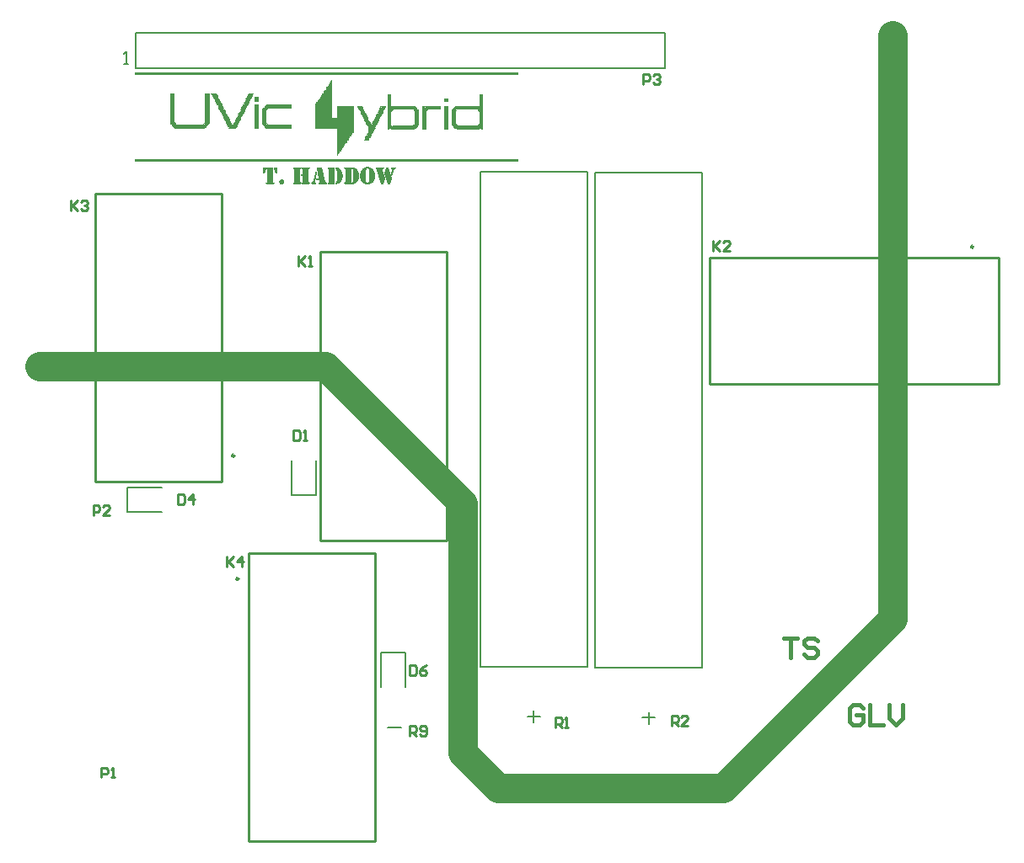
<source format=gto>
G04*
G04 #@! TF.GenerationSoftware,Altium Limited,Altium Designer,19.0.10 (269)*
G04*
G04 Layer_Color=65535*
%FSLAX25Y25*%
%MOIN*%
G70*
G01*
G75*
%ADD10C,0.01000*%
%ADD11C,0.00787*%
%ADD12C,0.11811*%
%ADD13C,0.00600*%
%ADD14C,0.00800*%
%ADD15C,0.01500*%
G36*
X211053Y325910D02*
Y325637D01*
Y325363D01*
X59354D01*
Y325637D01*
Y325910D01*
Y326183D01*
X211053D01*
Y325910D01*
D02*
G37*
G36*
X108280Y316343D02*
Y316070D01*
Y315797D01*
Y315523D01*
Y315250D01*
Y314977D01*
Y314703D01*
X106640D01*
Y314977D01*
Y315250D01*
Y315523D01*
Y315797D01*
Y316070D01*
Y316343D01*
Y316617D01*
X108280D01*
Y316343D01*
D02*
G37*
G36*
X183446Y315797D02*
Y315523D01*
Y315250D01*
Y314977D01*
Y314703D01*
Y314430D01*
X181533D01*
Y314703D01*
Y314977D01*
Y315250D01*
Y315523D01*
Y315797D01*
Y316070D01*
X183446D01*
Y315797D01*
D02*
G37*
G36*
X197113Y317163D02*
Y316890D01*
Y316617D01*
Y316343D01*
Y316070D01*
Y315797D01*
Y315523D01*
Y315250D01*
Y314977D01*
Y314703D01*
Y314430D01*
Y314157D01*
Y313883D01*
Y313610D01*
Y313337D01*
Y313063D01*
Y312790D01*
Y312517D01*
Y312243D01*
Y311970D01*
Y311697D01*
Y311423D01*
Y311150D01*
Y310877D01*
Y310603D01*
Y310330D01*
Y310057D01*
Y309783D01*
Y309510D01*
Y309237D01*
Y308963D01*
Y308690D01*
Y308417D01*
Y308143D01*
Y307870D01*
Y307597D01*
Y307323D01*
Y307050D01*
Y306777D01*
Y306503D01*
Y306230D01*
Y305957D01*
Y305683D01*
Y305410D01*
Y305137D01*
Y304863D01*
Y304590D01*
Y304317D01*
Y304043D01*
Y303770D01*
Y303497D01*
X196293D01*
Y303770D01*
X196019D01*
Y304043D01*
X195473D01*
Y303770D01*
Y303497D01*
X186453D01*
Y303770D01*
X186180D01*
Y304043D01*
X185633D01*
Y304317D01*
X185360D01*
Y304590D01*
Y304863D01*
X184813D01*
Y305137D01*
X184540D01*
Y305410D01*
Y305683D01*
Y305957D01*
Y306230D01*
Y306503D01*
Y306777D01*
Y307050D01*
Y307323D01*
Y307597D01*
Y307870D01*
Y308143D01*
Y308417D01*
Y308690D01*
Y308963D01*
Y309237D01*
Y309510D01*
Y309783D01*
Y310057D01*
Y310330D01*
Y310603D01*
Y310877D01*
Y311150D01*
Y311423D01*
X184813D01*
Y311697D01*
X185086D01*
Y311970D01*
X185360D01*
Y312243D01*
X185633D01*
Y312517D01*
X185906D01*
Y312790D01*
X186180D01*
Y313063D01*
X194926D01*
Y312790D01*
X195473D01*
Y313063D01*
Y313337D01*
Y313610D01*
Y313883D01*
Y314157D01*
Y314430D01*
Y314703D01*
Y314977D01*
Y315250D01*
Y315523D01*
Y315797D01*
Y316070D01*
Y316343D01*
Y316617D01*
Y316890D01*
Y317163D01*
Y317437D01*
X197113D01*
Y317163D01*
D02*
G37*
G36*
X180440Y312790D02*
Y312517D01*
Y312243D01*
Y311970D01*
Y311697D01*
Y311423D01*
X175246D01*
Y311150D01*
X174973D01*
Y310877D01*
X174700D01*
Y310603D01*
Y310330D01*
Y310057D01*
Y309783D01*
Y309510D01*
Y309237D01*
Y308963D01*
Y308690D01*
Y308417D01*
Y308143D01*
Y307870D01*
Y307597D01*
Y307323D01*
Y307050D01*
Y306777D01*
Y306503D01*
Y306230D01*
Y305957D01*
Y305683D01*
Y305410D01*
Y305137D01*
Y304863D01*
Y304590D01*
Y304317D01*
Y304043D01*
Y303770D01*
Y303497D01*
X172786D01*
Y303770D01*
Y304043D01*
Y304317D01*
Y304590D01*
Y304863D01*
Y305137D01*
Y305410D01*
Y305683D01*
Y305957D01*
Y306230D01*
Y306503D01*
Y306777D01*
Y307050D01*
Y307323D01*
Y307597D01*
Y307870D01*
Y308143D01*
Y308417D01*
Y308690D01*
Y308963D01*
Y309237D01*
Y309510D01*
Y309783D01*
Y310057D01*
Y310330D01*
Y310603D01*
Y310877D01*
Y311150D01*
Y311423D01*
Y311697D01*
Y311970D01*
Y312243D01*
Y312517D01*
Y312790D01*
Y313063D01*
X173880D01*
Y312790D01*
X174426D01*
Y313063D01*
X180440D01*
Y312790D01*
D02*
G37*
G36*
X121400Y313337D02*
Y313063D01*
Y312790D01*
Y312517D01*
Y312243D01*
Y311970D01*
X112107D01*
Y312243D01*
X111834D01*
Y311970D01*
X112107D01*
Y311697D01*
X111287D01*
Y311423D01*
X111560D01*
Y311150D01*
X111287D01*
Y310877D01*
Y310603D01*
Y310330D01*
Y310057D01*
Y309783D01*
Y309510D01*
Y309237D01*
Y308963D01*
Y308690D01*
Y308417D01*
Y308143D01*
Y307870D01*
Y307597D01*
Y307323D01*
Y307050D01*
Y306777D01*
Y306503D01*
Y306230D01*
X111560D01*
Y305957D01*
X111834D01*
Y305683D01*
X121400D01*
Y305410D01*
Y305137D01*
Y304863D01*
Y304590D01*
Y304317D01*
Y304043D01*
X111014D01*
Y304317D01*
X110740D01*
Y304590D01*
X110467D01*
Y304863D01*
X110194D01*
Y305137D01*
X109920D01*
Y305410D01*
X109647D01*
Y305683D01*
Y305957D01*
Y306230D01*
Y306503D01*
Y306777D01*
Y307050D01*
Y307323D01*
Y307597D01*
Y307870D01*
Y308143D01*
Y308417D01*
Y308690D01*
Y308963D01*
Y309237D01*
Y309510D01*
Y309783D01*
Y310057D01*
Y310330D01*
Y310603D01*
Y310877D01*
Y311150D01*
Y311423D01*
Y311697D01*
Y311970D01*
X109920D01*
Y312243D01*
X110467D01*
Y312517D01*
Y312790D01*
X110740D01*
Y313063D01*
X111014D01*
Y313337D01*
X111287D01*
Y313610D01*
X121400D01*
Y313337D01*
D02*
G37*
G36*
X88874Y317710D02*
Y317437D01*
Y317163D01*
Y316890D01*
Y316617D01*
Y316343D01*
Y316070D01*
Y315797D01*
Y315523D01*
Y315250D01*
Y314977D01*
Y314703D01*
Y314430D01*
Y314157D01*
Y313883D01*
Y313610D01*
Y313337D01*
Y313063D01*
Y312790D01*
Y312517D01*
Y312243D01*
Y311970D01*
Y311697D01*
Y311423D01*
Y311150D01*
Y310877D01*
Y310603D01*
Y310330D01*
Y310057D01*
Y309783D01*
Y309510D01*
Y309237D01*
Y308963D01*
Y308690D01*
Y308417D01*
Y308143D01*
Y307870D01*
Y307597D01*
Y307323D01*
Y307050D01*
Y306777D01*
Y306503D01*
Y306230D01*
Y305957D01*
X88601D01*
Y305683D01*
Y305410D01*
X88327D01*
Y305137D01*
X88054D01*
Y304863D01*
X87507D01*
Y304590D01*
Y304317D01*
X86961D01*
Y304043D01*
X74934D01*
Y304317D01*
X74661D01*
Y304590D01*
X74387D01*
Y304863D01*
X74114D01*
Y305137D01*
X73841D01*
Y305410D01*
X73567D01*
Y305683D01*
X73294D01*
Y305957D01*
Y306230D01*
Y306503D01*
Y306777D01*
Y307050D01*
Y307323D01*
Y307597D01*
Y307870D01*
Y308143D01*
Y308417D01*
Y308690D01*
Y308963D01*
Y309237D01*
Y309510D01*
Y309783D01*
Y310057D01*
Y310330D01*
Y310603D01*
Y310877D01*
Y311150D01*
Y311423D01*
Y311697D01*
Y311970D01*
Y312243D01*
Y312517D01*
Y312790D01*
Y313063D01*
Y313337D01*
Y313610D01*
Y313883D01*
Y314157D01*
Y314430D01*
Y314703D01*
Y314977D01*
Y315250D01*
Y315523D01*
Y315797D01*
Y316070D01*
Y316343D01*
Y316617D01*
Y316890D01*
Y317163D01*
Y317437D01*
Y317710D01*
Y317983D01*
X74934D01*
Y317710D01*
Y317437D01*
Y317163D01*
Y316890D01*
Y316617D01*
Y316343D01*
Y316070D01*
Y315797D01*
Y315523D01*
Y315250D01*
Y314977D01*
Y314703D01*
Y314430D01*
Y314157D01*
Y313883D01*
Y313610D01*
Y313337D01*
Y313063D01*
Y312790D01*
Y312517D01*
Y312243D01*
Y311970D01*
Y311697D01*
Y311423D01*
Y311150D01*
Y310877D01*
Y310603D01*
Y310330D01*
Y310057D01*
Y309783D01*
Y309510D01*
Y309237D01*
Y308963D01*
Y308690D01*
Y308417D01*
Y308143D01*
Y307870D01*
Y307597D01*
Y307323D01*
Y307050D01*
Y306777D01*
Y306503D01*
X75207D01*
Y306230D01*
X75481D01*
Y305957D01*
Y305683D01*
X86414D01*
Y305957D01*
X86687D01*
Y305683D01*
X86961D01*
Y305957D01*
X86687D01*
Y306230D01*
X86961D01*
Y306503D01*
Y306777D01*
Y307050D01*
Y307323D01*
Y307597D01*
Y307870D01*
Y308143D01*
Y308417D01*
Y308690D01*
Y308963D01*
Y309237D01*
Y309510D01*
Y309783D01*
Y310057D01*
Y310330D01*
Y310603D01*
Y310877D01*
Y311150D01*
Y311423D01*
Y311697D01*
Y311970D01*
Y312243D01*
Y312517D01*
Y312790D01*
Y313063D01*
Y313337D01*
Y313610D01*
Y313883D01*
Y314157D01*
Y314430D01*
Y314703D01*
Y314977D01*
Y315250D01*
Y315523D01*
Y315797D01*
Y316070D01*
Y316343D01*
Y316617D01*
Y316890D01*
Y317163D01*
Y317437D01*
Y317710D01*
Y317983D01*
X88874D01*
Y317710D01*
D02*
G37*
G36*
X158846Y312790D02*
X158573D01*
Y312517D01*
Y312243D01*
X158300D01*
Y311970D01*
Y311697D01*
X158027D01*
Y311423D01*
Y311150D01*
X157753D01*
Y310877D01*
Y310603D01*
X157480D01*
Y310330D01*
Y310057D01*
X157206D01*
Y309783D01*
Y309510D01*
X156933D01*
Y309237D01*
Y308963D01*
X156660D01*
Y308690D01*
Y308417D01*
X156387D01*
Y308143D01*
Y307870D01*
X156113D01*
Y307597D01*
Y307323D01*
X155840D01*
Y307050D01*
Y306777D01*
X155567D01*
Y306503D01*
Y306230D01*
X155293D01*
Y305957D01*
Y305683D01*
X155020D01*
Y305410D01*
Y305137D01*
X154747D01*
Y304863D01*
Y304590D01*
X154200D01*
Y304317D01*
X154473D01*
Y304043D01*
X154200D01*
Y303770D01*
Y303497D01*
X153927D01*
Y303223D01*
Y302950D01*
X153653D01*
Y302677D01*
Y302403D01*
X153380D01*
Y302130D01*
Y301857D01*
X153107D01*
Y301583D01*
X152833D01*
Y301310D01*
Y301037D01*
Y300763D01*
X152560D01*
Y300490D01*
Y300217D01*
X152013D01*
Y299943D01*
Y299670D01*
Y299397D01*
Y299123D01*
X150373D01*
Y299397D01*
X150100D01*
Y299123D01*
X149827D01*
Y299397D01*
Y299670D01*
X150373D01*
Y299943D01*
Y300217D01*
Y300490D01*
Y300763D01*
X150647D01*
Y301037D01*
Y301310D01*
X151193D01*
Y301583D01*
X150920D01*
Y301857D01*
X151193D01*
Y302130D01*
Y302403D01*
X151467D01*
Y302677D01*
Y302950D01*
X151740D01*
Y303223D01*
Y303497D01*
Y303770D01*
Y304043D01*
X151467D01*
Y304317D01*
Y304590D01*
Y304863D01*
X151193D01*
Y305137D01*
X150920D01*
Y305410D01*
Y305683D01*
X150647D01*
Y305957D01*
Y306230D01*
Y306503D01*
X150373D01*
Y306777D01*
X150100D01*
Y307050D01*
Y307323D01*
X149827D01*
Y307597D01*
Y307870D01*
X149553D01*
Y308143D01*
Y308417D01*
X149280D01*
Y308690D01*
Y308963D01*
Y309237D01*
X149007D01*
Y309510D01*
X148733D01*
Y309783D01*
Y310057D01*
X148460D01*
Y310330D01*
Y310603D01*
Y310877D01*
X148187D01*
Y311150D01*
X147913D01*
Y311423D01*
Y311697D01*
X147640D01*
Y311970D01*
Y312243D01*
X147367D01*
Y312517D01*
Y312790D01*
X147093D01*
Y313063D01*
X149280D01*
Y312790D01*
Y312517D01*
X149553D01*
Y312243D01*
Y311970D01*
Y311697D01*
X149827D01*
Y311423D01*
X150100D01*
Y311150D01*
Y310877D01*
X150373D01*
Y310603D01*
Y310330D01*
X150647D01*
Y310057D01*
Y309783D01*
X150920D01*
Y309510D01*
Y309237D01*
X151193D01*
Y308963D01*
Y308690D01*
X151467D01*
Y308417D01*
Y308143D01*
X151740D01*
Y307870D01*
Y307597D01*
Y307323D01*
X152013D01*
Y307050D01*
X152287D01*
Y306777D01*
Y306503D01*
X152560D01*
Y306230D01*
Y305957D01*
X152833D01*
Y305683D01*
Y305410D01*
X153107D01*
Y305683D01*
X153380D01*
Y305957D01*
X153107D01*
Y306230D01*
X153380D01*
Y306503D01*
Y306777D01*
X153653D01*
Y307050D01*
Y307323D01*
X153927D01*
Y307597D01*
Y307870D01*
X154200D01*
Y308143D01*
Y308417D01*
X154747D01*
Y308690D01*
Y308963D01*
Y309237D01*
Y309510D01*
X155020D01*
Y309783D01*
Y310057D01*
X155567D01*
Y310330D01*
X155293D01*
Y310603D01*
X155567D01*
Y310877D01*
Y311150D01*
X155840D01*
Y311423D01*
Y311697D01*
X156113D01*
Y311970D01*
Y312243D01*
X156387D01*
Y312517D01*
Y312790D01*
X156933D01*
Y313063D01*
X158846D01*
Y312790D01*
D02*
G37*
G36*
X106367Y317710D02*
X106094D01*
Y317437D01*
X105820D01*
Y317163D01*
Y316890D01*
Y316617D01*
X105547D01*
Y316343D01*
Y316070D01*
X105274D01*
Y315797D01*
Y315523D01*
X105000D01*
Y315250D01*
Y314977D01*
X104727D01*
Y314703D01*
Y314430D01*
X104454D01*
Y314157D01*
Y313883D01*
X104180D01*
Y313610D01*
Y313337D01*
X103907D01*
Y313063D01*
X103634D01*
Y312790D01*
Y312517D01*
Y312243D01*
X103360D01*
Y311970D01*
Y311697D01*
X103087D01*
Y311423D01*
Y311150D01*
X102814D01*
Y310877D01*
Y310603D01*
X102541D01*
Y310330D01*
Y310057D01*
X102267D01*
Y309783D01*
Y309510D01*
X101994D01*
Y309237D01*
Y308963D01*
X101720D01*
Y308690D01*
X101447D01*
Y308417D01*
Y308143D01*
Y307870D01*
X101174D01*
Y307597D01*
Y307323D01*
X100900D01*
Y307050D01*
Y306777D01*
X100627D01*
Y306503D01*
Y306230D01*
X100354D01*
Y305957D01*
Y305683D01*
X100081D01*
Y305410D01*
Y305137D01*
X99807D01*
Y304863D01*
Y304590D01*
X99534D01*
Y304317D01*
X99260D01*
Y304043D01*
X96254D01*
Y304317D01*
X96527D01*
Y304590D01*
X95981D01*
Y304863D01*
Y305137D01*
X95707D01*
Y305410D01*
Y305683D01*
Y305957D01*
X95434D01*
Y306230D01*
X95161D01*
Y306503D01*
Y306777D01*
X94887D01*
Y307050D01*
Y307323D01*
X94614D01*
Y307597D01*
Y307870D01*
X94340D01*
Y308143D01*
Y308417D01*
X94067D01*
Y308690D01*
X94340D01*
Y308963D01*
X93794D01*
Y309237D01*
Y309510D01*
X93521D01*
Y309783D01*
Y310057D01*
Y310330D01*
X93247D01*
Y310603D01*
X92974D01*
Y310877D01*
Y311150D01*
X92701D01*
Y311423D01*
Y311697D01*
X92427D01*
Y311970D01*
Y312243D01*
X92154D01*
Y312517D01*
Y312790D01*
X91881D01*
Y313063D01*
X92154D01*
Y313337D01*
X91607D01*
Y313610D01*
Y313883D01*
X91334D01*
Y314157D01*
Y314430D01*
Y314703D01*
X91061D01*
Y314977D01*
X90787D01*
Y315250D01*
Y315523D01*
X90514D01*
Y315797D01*
Y316070D01*
X90241D01*
Y316343D01*
Y316617D01*
X89967D01*
Y316890D01*
Y317163D01*
X89694D01*
Y317437D01*
X89967D01*
Y317710D01*
X89421D01*
Y317983D01*
X91607D01*
Y317710D01*
X91881D01*
Y317437D01*
Y317163D01*
X92154D01*
Y316890D01*
Y316617D01*
X92427D01*
Y316343D01*
Y316070D01*
X92701D01*
Y315797D01*
Y315523D01*
X92974D01*
Y315250D01*
Y314977D01*
X93247D01*
Y314703D01*
Y314430D01*
Y314157D01*
X93521D01*
Y313883D01*
X93794D01*
Y313610D01*
Y313337D01*
X94067D01*
Y313063D01*
Y312790D01*
X94340D01*
Y312517D01*
Y312243D01*
X94614D01*
Y311970D01*
X94340D01*
Y311697D01*
X94887D01*
Y311423D01*
Y311150D01*
X95161D01*
Y310877D01*
Y310603D01*
X95434D01*
Y310330D01*
Y310057D01*
Y309783D01*
X95707D01*
Y309510D01*
X95981D01*
Y309237D01*
Y308963D01*
X96254D01*
Y308690D01*
Y308417D01*
X96527D01*
Y308143D01*
Y307870D01*
X96801D01*
Y307597D01*
Y307323D01*
X97074D01*
Y307050D01*
Y306777D01*
X97347D01*
Y306503D01*
Y306230D01*
X97620D01*
Y305957D01*
Y305683D01*
Y305410D01*
X98167D01*
Y305683D01*
Y305957D01*
X98440D01*
Y306230D01*
X98714D01*
Y306503D01*
X98987D01*
Y306777D01*
X98714D01*
Y307050D01*
X98987D01*
Y307323D01*
Y307597D01*
X99260D01*
Y307870D01*
Y308143D01*
X99534D01*
Y308417D01*
Y308690D01*
X99807D01*
Y308963D01*
Y309237D01*
X100354D01*
Y309510D01*
X100081D01*
Y309783D01*
X100354D01*
Y310057D01*
Y310330D01*
X100627D01*
Y310603D01*
X100900D01*
Y310877D01*
X101174D01*
Y311150D01*
X100900D01*
Y311423D01*
X101174D01*
Y311697D01*
Y311970D01*
X101447D01*
Y312243D01*
Y312517D01*
X101720D01*
Y312790D01*
Y313063D01*
X101994D01*
Y313337D01*
Y313610D01*
X102541D01*
Y313883D01*
X102267D01*
Y314157D01*
X102541D01*
Y314430D01*
Y314703D01*
X102814D01*
Y314977D01*
X103087D01*
Y315250D01*
X103360D01*
Y315523D01*
X103087D01*
Y315797D01*
X103360D01*
Y316070D01*
Y316343D01*
X103634D01*
Y316617D01*
Y316890D01*
X103907D01*
Y317163D01*
Y317437D01*
X104180D01*
Y317710D01*
Y317983D01*
X106367D01*
Y317710D01*
D02*
G37*
G36*
X108280Y313337D02*
Y313063D01*
Y312790D01*
Y312517D01*
Y312243D01*
Y311970D01*
Y311697D01*
Y311423D01*
Y311150D01*
Y310877D01*
Y310603D01*
Y310330D01*
Y310057D01*
Y309783D01*
Y309510D01*
Y309237D01*
Y308963D01*
Y308690D01*
Y308417D01*
Y308143D01*
Y307870D01*
Y307597D01*
Y307323D01*
Y307050D01*
Y306777D01*
Y306503D01*
Y306230D01*
Y305957D01*
Y305683D01*
Y305410D01*
Y305137D01*
Y304863D01*
Y304590D01*
Y304317D01*
Y304043D01*
X106640D01*
Y304317D01*
Y304590D01*
Y304863D01*
Y305137D01*
Y305410D01*
Y305683D01*
Y305957D01*
Y306230D01*
Y306503D01*
Y306777D01*
Y307050D01*
Y307323D01*
Y307597D01*
Y307870D01*
Y308143D01*
Y308417D01*
Y308690D01*
Y308963D01*
Y309237D01*
Y309510D01*
Y309783D01*
Y310057D01*
Y310330D01*
Y310603D01*
Y310877D01*
Y311150D01*
Y311423D01*
Y311697D01*
Y311970D01*
Y312243D01*
Y312517D01*
Y312790D01*
Y313063D01*
Y313337D01*
Y313610D01*
X108280D01*
Y313337D01*
D02*
G37*
G36*
X183446Y312790D02*
Y312517D01*
Y312243D01*
Y311970D01*
Y311697D01*
Y311423D01*
Y311150D01*
Y310877D01*
Y310603D01*
Y310330D01*
Y310057D01*
Y309783D01*
Y309510D01*
Y309237D01*
Y308963D01*
Y308690D01*
Y308417D01*
Y308143D01*
Y307870D01*
Y307597D01*
Y307323D01*
Y307050D01*
Y306777D01*
Y306503D01*
Y306230D01*
Y305957D01*
Y305683D01*
Y305410D01*
Y305137D01*
Y304863D01*
Y304590D01*
Y304317D01*
Y304043D01*
Y303770D01*
Y303497D01*
X181533D01*
Y303770D01*
Y304043D01*
Y304317D01*
Y304590D01*
Y304863D01*
Y305137D01*
Y305410D01*
Y305683D01*
Y305957D01*
Y306230D01*
Y306503D01*
Y306777D01*
Y307050D01*
Y307323D01*
Y307597D01*
Y307870D01*
Y308143D01*
Y308417D01*
Y308690D01*
Y308963D01*
Y309237D01*
Y309510D01*
Y309783D01*
Y310057D01*
Y310330D01*
Y310603D01*
Y310877D01*
Y311150D01*
Y311423D01*
Y311697D01*
Y311970D01*
Y312243D01*
Y312517D01*
Y312790D01*
Y313063D01*
X183446D01*
Y312790D01*
D02*
G37*
G36*
X160760Y317163D02*
Y316890D01*
Y316617D01*
Y316343D01*
Y316070D01*
Y315797D01*
Y315523D01*
Y315250D01*
Y314977D01*
Y314703D01*
Y314430D01*
Y314157D01*
Y313883D01*
Y313610D01*
Y313337D01*
Y313063D01*
Y312790D01*
X161033D01*
Y313063D01*
X170053D01*
Y312790D01*
X170326D01*
Y312517D01*
X170600D01*
Y312243D01*
X170873D01*
Y311970D01*
Y311697D01*
X171146D01*
Y311970D01*
X171420D01*
Y311697D01*
Y311423D01*
X171693D01*
Y311150D01*
Y310877D01*
Y310603D01*
Y310330D01*
Y310057D01*
Y309783D01*
Y309510D01*
Y309237D01*
Y308963D01*
Y308690D01*
Y308417D01*
Y308143D01*
Y307870D01*
Y307597D01*
Y307323D01*
Y307050D01*
Y306777D01*
Y306503D01*
Y306230D01*
Y305957D01*
Y305683D01*
Y305410D01*
Y305137D01*
X171420D01*
Y304863D01*
X171146D01*
Y304590D01*
X170873D01*
Y304317D01*
X170600D01*
Y304043D01*
X170053D01*
Y303770D01*
Y303497D01*
X160760D01*
Y303770D01*
X160486D01*
Y304043D01*
X160213D01*
Y303770D01*
X159940D01*
Y303497D01*
X159120D01*
Y303770D01*
Y304043D01*
Y304317D01*
Y304590D01*
Y304863D01*
Y305137D01*
Y305410D01*
Y305683D01*
Y305957D01*
Y306230D01*
Y306503D01*
Y306777D01*
Y307050D01*
Y307323D01*
Y307597D01*
Y307870D01*
Y308143D01*
Y308417D01*
Y308690D01*
Y308963D01*
Y309237D01*
Y309510D01*
Y309783D01*
Y310057D01*
Y310330D01*
Y310603D01*
Y310877D01*
Y311150D01*
Y311423D01*
Y311697D01*
Y311970D01*
Y312243D01*
Y312517D01*
Y312790D01*
Y313063D01*
Y313337D01*
Y313610D01*
Y313883D01*
Y314157D01*
Y314430D01*
Y314703D01*
Y314977D01*
Y315250D01*
Y315523D01*
Y315797D01*
Y316070D01*
Y316343D01*
Y316617D01*
Y316890D01*
Y317163D01*
Y317437D01*
X160760D01*
Y317163D01*
D02*
G37*
G36*
X137253Y322903D02*
Y322630D01*
Y322357D01*
Y322083D01*
Y321810D01*
Y321536D01*
Y321263D01*
Y320990D01*
Y320717D01*
Y320443D01*
Y320170D01*
Y319897D01*
Y319623D01*
Y319350D01*
Y319076D01*
Y318803D01*
Y318530D01*
Y318256D01*
Y317983D01*
Y317710D01*
Y317437D01*
Y317163D01*
Y316890D01*
Y316617D01*
Y316343D01*
Y316070D01*
Y315797D01*
Y315523D01*
Y315250D01*
Y314977D01*
Y314703D01*
Y314430D01*
Y314157D01*
Y313883D01*
Y313610D01*
Y313337D01*
Y313063D01*
Y312790D01*
Y312517D01*
Y312243D01*
Y311970D01*
Y311697D01*
Y311423D01*
Y311150D01*
Y310877D01*
Y310603D01*
Y310330D01*
Y310057D01*
Y309783D01*
Y309510D01*
Y309237D01*
Y308963D01*
Y308690D01*
Y308417D01*
Y308143D01*
X139167D01*
Y308417D01*
X139440D01*
Y308690D01*
Y308963D01*
Y309237D01*
Y309510D01*
Y309783D01*
Y310057D01*
Y310330D01*
Y310603D01*
Y310877D01*
Y311150D01*
Y311423D01*
Y311697D01*
Y311970D01*
Y312243D01*
Y312517D01*
Y312790D01*
Y313063D01*
X146000D01*
Y312790D01*
Y312517D01*
Y312243D01*
Y311970D01*
Y311697D01*
Y311423D01*
Y311150D01*
Y310877D01*
Y310603D01*
Y310330D01*
Y310057D01*
Y309783D01*
Y309510D01*
Y309237D01*
Y308963D01*
Y308690D01*
Y308417D01*
Y308143D01*
Y307870D01*
Y307597D01*
Y307323D01*
Y307050D01*
Y306777D01*
Y306503D01*
Y306230D01*
Y305957D01*
Y305683D01*
Y305410D01*
Y305137D01*
Y304863D01*
Y304590D01*
Y304317D01*
Y304043D01*
Y303770D01*
Y303497D01*
Y303223D01*
Y302950D01*
Y302677D01*
Y302403D01*
X145727D01*
Y302130D01*
X145180D01*
Y301857D01*
Y301583D01*
X144907D01*
Y301310D01*
Y301037D01*
X144633D01*
Y300763D01*
X144360D01*
Y300490D01*
Y300217D01*
X144087D01*
Y299943D01*
Y299670D01*
X143813D01*
Y299397D01*
X143540D01*
Y299123D01*
X143267D01*
Y298850D01*
Y298577D01*
Y298303D01*
X142720D01*
Y298030D01*
X142447D01*
Y297757D01*
Y297483D01*
X142173D01*
Y297210D01*
X141900D01*
Y296937D01*
Y296663D01*
X141627D01*
Y296390D01*
X141353D01*
Y296117D01*
Y295843D01*
Y295570D01*
X140807D01*
Y295297D01*
Y295023D01*
Y294750D01*
X140260D01*
Y294477D01*
Y294203D01*
X139987D01*
Y293930D01*
X139713D01*
Y293657D01*
Y293384D01*
Y293110D01*
X139440D01*
Y293384D01*
Y293657D01*
Y293930D01*
Y294203D01*
Y294477D01*
Y294750D01*
Y295023D01*
Y295297D01*
Y295570D01*
Y295843D01*
Y296117D01*
Y296390D01*
Y296663D01*
Y296937D01*
Y297210D01*
Y297483D01*
Y297757D01*
Y298030D01*
Y298303D01*
Y298577D01*
Y298850D01*
Y299123D01*
Y299397D01*
Y299670D01*
Y299943D01*
Y300217D01*
Y300490D01*
Y300763D01*
Y301037D01*
Y301310D01*
Y301583D01*
Y301857D01*
Y302130D01*
Y302403D01*
Y302677D01*
Y302950D01*
Y303223D01*
Y303497D01*
Y303770D01*
X130693D01*
Y304043D01*
Y304317D01*
Y304590D01*
Y304863D01*
Y305137D01*
Y305410D01*
Y305683D01*
Y305957D01*
Y306230D01*
Y306503D01*
Y306777D01*
Y307050D01*
Y307323D01*
Y307597D01*
Y307870D01*
Y308143D01*
Y308417D01*
Y308690D01*
Y308963D01*
Y309237D01*
Y309510D01*
Y309783D01*
Y310057D01*
Y310330D01*
Y310603D01*
Y310877D01*
Y311150D01*
Y311423D01*
Y311697D01*
Y311970D01*
Y312243D01*
Y312517D01*
Y312790D01*
Y313063D01*
Y313337D01*
Y313610D01*
Y313883D01*
X130967D01*
Y314157D01*
Y314430D01*
X131240D01*
Y314703D01*
X131514D01*
Y314977D01*
Y315250D01*
X132060D01*
Y315523D01*
X132334D01*
Y315797D01*
Y316070D01*
X132607D01*
Y316343D01*
Y316617D01*
X132880D01*
Y316890D01*
Y317163D01*
X133153D01*
Y317437D01*
X133427D01*
Y317710D01*
Y317983D01*
X133974D01*
Y318256D01*
Y318530D01*
Y318803D01*
X134247D01*
Y319076D01*
X134520D01*
Y319350D01*
X134793D01*
Y319623D01*
Y319897D01*
X135067D01*
Y320170D01*
Y320443D01*
X135340D01*
Y320717D01*
X135613D01*
Y320990D01*
X135887D01*
Y321263D01*
Y321536D01*
X136160D01*
Y321810D01*
Y322083D01*
X136433D01*
Y322357D01*
X136707D01*
Y322630D01*
Y322903D01*
X136980D01*
Y323177D01*
X137253D01*
Y322903D01*
D02*
G37*
G36*
X211053Y291470D02*
Y291197D01*
Y290924D01*
X59354D01*
Y291197D01*
Y291470D01*
Y291743D01*
X211053D01*
Y291470D01*
D02*
G37*
G36*
X115607Y286645D02*
Y286634D01*
Y286613D01*
Y286580D01*
X115596Y286547D01*
X115563Y286449D01*
X115498Y286350D01*
X115476Y286328D01*
X115421Y286296D01*
X115334Y286263D01*
X115214Y286241D01*
X115192D01*
X115115Y286252D01*
X115028Y286285D01*
X114940Y286339D01*
X114929Y286361D01*
X114886Y286416D01*
X114842Y286492D01*
X114809Y286613D01*
X114766Y286908D01*
Y286929D01*
X114754Y286973D01*
X114733Y287061D01*
X114711Y287159D01*
X114678Y287268D01*
X114623Y287388D01*
X114569Y287520D01*
X114503Y287640D01*
Y287651D01*
X114481Y287673D01*
X114448Y287705D01*
X114416Y287749D01*
X114361Y287793D01*
X114295Y287848D01*
X114230Y287902D01*
X114143Y287957D01*
Y288700D01*
X115607D01*
Y286645D01*
D02*
G37*
G36*
X111465Y287968D02*
X111454Y287957D01*
X111421Y287946D01*
X111377Y287913D01*
X111312Y287869D01*
X111180Y287749D01*
X111049Y287596D01*
X111038Y287585D01*
X111027Y287552D01*
X110995Y287487D01*
X110962Y287410D01*
X110929Y287312D01*
X110896Y287192D01*
X110863Y287061D01*
X110831Y286908D01*
X110787Y286613D01*
Y286601D01*
X110776Y286591D01*
X110754Y286514D01*
X110710Y286427D01*
X110645Y286339D01*
X110623Y286328D01*
X110579Y286296D01*
X110492Y286252D01*
X110372Y286241D01*
X110350D01*
X110273Y286252D01*
X110186Y286285D01*
X110098Y286350D01*
Y286361D01*
X110087Y286372D01*
X110055Y286438D01*
X110011Y286525D01*
X110000Y286645D01*
Y288700D01*
X111465D01*
Y287968D01*
D02*
G37*
G36*
X162180Y288689D02*
X162289Y288667D01*
X162398Y288613D01*
X162409D01*
X162420Y288602D01*
X162464Y288558D01*
X162497Y288471D01*
X162519Y288427D01*
Y288361D01*
Y288339D01*
X162508Y288296D01*
X162497Y288241D01*
X162453Y288176D01*
X162442Y288164D01*
X162409Y288132D01*
X162355Y288088D01*
X162267Y288044D01*
X162256D01*
X162234Y288033D01*
X162169Y287990D01*
X162071Y287935D01*
X161994Y287869D01*
X161983Y287859D01*
X161961Y287837D01*
X161928Y287782D01*
X161885Y287727D01*
X161830Y287640D01*
X161786Y287542D01*
X161732Y287421D01*
X161688Y287279D01*
X160999Y284918D01*
X160650Y285989D01*
X160999Y287421D01*
Y287432D01*
X161010Y287443D01*
X161021Y287509D01*
X161032Y287596D01*
X161043Y287662D01*
Y287684D01*
X161032Y287727D01*
X161021Y287782D01*
X160977Y287848D01*
X160967Y287859D01*
X160923Y287902D01*
X160857Y287946D01*
X160748Y288012D01*
X160726Y288022D01*
X160671Y288055D01*
X160606Y288099D01*
X160551Y288154D01*
X160540Y288164D01*
X160529Y288208D01*
X160508Y288274D01*
X160497Y288361D01*
Y288372D01*
Y288394D01*
X160508Y288460D01*
X160540Y288536D01*
X160606Y288613D01*
X160628Y288624D01*
X160682Y288656D01*
X160781Y288689D01*
X160923Y288700D01*
X162125D01*
X162180Y288689D01*
D02*
G37*
G36*
X160923Y284252D02*
X160354Y282000D01*
X159152D01*
X158026Y286285D01*
X158606Y288700D01*
X159753D01*
X160923Y284252D01*
D02*
G37*
G36*
X157480Y288689D02*
X157600Y288656D01*
X157655Y288634D01*
X157709Y288602D01*
X157720D01*
X157731Y288591D01*
X157775Y288536D01*
X157819Y288460D01*
X157841Y288405D01*
Y288339D01*
Y288329D01*
Y288307D01*
X157830Y288274D01*
X157808Y288230D01*
X157786Y288176D01*
X157742Y288121D01*
X157688Y288066D01*
X157611Y288012D01*
X157589Y288001D01*
X157545Y287979D01*
X157502Y287935D01*
X157469Y287902D01*
Y287891D01*
X157458Y287880D01*
X157447Y287848D01*
Y287793D01*
Y287782D01*
Y287771D01*
Y287716D01*
X158343Y284394D01*
X157742Y282000D01*
X156551D01*
X154999Y287662D01*
Y287673D01*
X154988Y287695D01*
X154977Y287760D01*
X154944Y287826D01*
X154933Y287859D01*
X154922Y287880D01*
X154911Y287891D01*
X154900Y287913D01*
X154868Y287946D01*
X154813Y287968D01*
X154802D01*
X154769Y287990D01*
X154736Y288012D01*
X154693Y288044D01*
X154638Y288099D01*
X154605Y288154D01*
X154572Y288219D01*
X154562Y288307D01*
Y288317D01*
Y288339D01*
X154572Y288372D01*
X154584Y288416D01*
X154627Y288514D01*
X154660Y288558D01*
X154715Y288602D01*
X154726D01*
X154747Y288613D01*
X154780Y288634D01*
X154824Y288656D01*
X154879Y288667D01*
X154944Y288689D01*
X155108Y288700D01*
X157425D01*
X157480Y288689D01*
D02*
G37*
G36*
X145413D02*
X145501D01*
X145577Y288678D01*
X145610D01*
X145643Y288667D01*
X145686Y288656D01*
X145741Y288645D01*
X145818Y288634D01*
X145971Y288580D01*
X146167Y288514D01*
X146375Y288416D01*
X146594Y288296D01*
X146812Y288143D01*
X146823D01*
X146834Y288121D01*
X146867Y288099D01*
X146911Y288055D01*
X147009Y287957D01*
X147140Y287826D01*
X147282Y287651D01*
X147424Y287454D01*
X147555Y287225D01*
X147676Y286973D01*
Y286962D01*
X147687Y286940D01*
X147708Y286897D01*
X147719Y286842D01*
X147741Y286776D01*
X147774Y286700D01*
X147796Y286601D01*
X147829Y286503D01*
X147872Y286263D01*
X147927Y285989D01*
X147960Y285683D01*
X147971Y285366D01*
Y285355D01*
Y285323D01*
Y285268D01*
Y285203D01*
X147960Y285115D01*
X147949Y285017D01*
X147938Y284896D01*
X147927Y284776D01*
X147883Y284503D01*
X147818Y284208D01*
X147719Y283902D01*
X147599Y283596D01*
Y283585D01*
X147577Y283563D01*
X147555Y283519D01*
X147534Y283465D01*
X147490Y283399D01*
X147446Y283323D01*
X147326Y283148D01*
X147173Y282951D01*
X146998Y282754D01*
X146779Y282557D01*
X146539Y282372D01*
X146528Y282361D01*
X146484Y282339D01*
X146419Y282295D01*
X146331Y282251D01*
X146233Y282208D01*
X146124Y282153D01*
X146014Y282109D01*
X145905Y282077D01*
X145894D01*
X145850Y282066D01*
X145785Y282055D01*
X145686Y282044D01*
X145566Y282022D01*
X145413Y282011D01*
X145238Y282000D01*
X145042D01*
Y282678D01*
X145053D01*
X145085Y282689D01*
X145129Y282699D01*
X145184Y282721D01*
X145282Y282754D01*
X145326Y282776D01*
X145359Y282787D01*
X145370Y282798D01*
X145391Y282809D01*
X145424Y282831D01*
X145457Y282863D01*
Y282874D01*
X145468Y282885D01*
X145501Y282940D01*
X145533Y283016D01*
X145555Y283093D01*
Y283104D01*
X145566Y283115D01*
Y283148D01*
X145577Y283180D01*
Y283235D01*
X145588Y283301D01*
Y283366D01*
Y283454D01*
Y287214D01*
Y287225D01*
Y287268D01*
Y287323D01*
X145577Y287399D01*
X145544Y287574D01*
X145522Y287651D01*
X145490Y287727D01*
X145479Y287749D01*
X145457Y287793D01*
X145413Y287837D01*
X145359Y287880D01*
X145348Y287891D01*
X145326Y287902D01*
X145293Y287913D01*
X145249Y287935D01*
X145195Y287946D01*
X145129Y287968D01*
X145042Y287990D01*
Y288700D01*
X145238D01*
X145413Y288689D01*
D02*
G37*
G36*
X144834Y282000D02*
X142396D01*
X142353Y282011D01*
X142244Y282033D01*
X142145Y282077D01*
X142123Y282098D01*
X142090Y282142D01*
X142047Y282229D01*
X142036Y282273D01*
X142025Y282339D01*
Y282350D01*
Y282383D01*
X142036Y282426D01*
X142058Y282481D01*
X142090Y282536D01*
X142134Y282601D01*
X142189Y282645D01*
X142276Y282689D01*
X142287D01*
X142298Y282699D01*
X142353Y282721D01*
X142396Y282732D01*
X142418Y282743D01*
X142429D01*
X142440Y282754D01*
X142462Y282776D01*
X142473Y282787D01*
X142484Y282820D01*
X142495Y282874D01*
X142506Y282962D01*
Y287727D01*
Y287738D01*
Y287749D01*
Y287804D01*
X142484Y287859D01*
X142462Y287913D01*
X142451Y287924D01*
X142429Y287935D01*
X142407Y287946D01*
X142364Y287968D01*
X142320Y287979D01*
X142276Y288001D01*
X142265D01*
X142233Y288022D01*
X142200Y288044D01*
X142156Y288077D01*
X142101Y288121D01*
X142069Y288176D01*
X142036Y288252D01*
X142025Y288350D01*
Y288361D01*
Y288383D01*
X142036Y288449D01*
X142079Y288525D01*
X142101Y288569D01*
X142145Y288602D01*
X142156D01*
X142167Y288613D01*
X142233Y288656D01*
X142331Y288689D01*
X142473Y288700D01*
X144834D01*
Y282000D01*
D02*
G37*
G36*
X138943Y288689D02*
X139030D01*
X139107Y288678D01*
X139139D01*
X139172Y288667D01*
X139216Y288656D01*
X139270Y288645D01*
X139347Y288634D01*
X139500Y288580D01*
X139697Y288514D01*
X139904Y288416D01*
X140123Y288296D01*
X140342Y288143D01*
X140353D01*
X140364Y288121D01*
X140396Y288099D01*
X140440Y288055D01*
X140538Y287957D01*
X140670Y287826D01*
X140812Y287651D01*
X140954Y287454D01*
X141085Y287225D01*
X141205Y286973D01*
Y286962D01*
X141216Y286940D01*
X141238Y286897D01*
X141249Y286842D01*
X141271Y286776D01*
X141304Y286700D01*
X141325Y286601D01*
X141358Y286503D01*
X141402Y286263D01*
X141456Y285989D01*
X141489Y285683D01*
X141500Y285366D01*
Y285355D01*
Y285323D01*
Y285268D01*
Y285203D01*
X141489Y285115D01*
X141478Y285017D01*
X141467Y284896D01*
X141456Y284776D01*
X141413Y284503D01*
X141347Y284208D01*
X141249Y283902D01*
X141129Y283596D01*
Y283585D01*
X141107Y283563D01*
X141085Y283519D01*
X141063Y283465D01*
X141019Y283399D01*
X140976Y283323D01*
X140855Y283148D01*
X140702Y282951D01*
X140527Y282754D01*
X140309Y282557D01*
X140068Y282372D01*
X140058Y282361D01*
X140014Y282339D01*
X139948Y282295D01*
X139861Y282251D01*
X139762Y282208D01*
X139653Y282153D01*
X139544Y282109D01*
X139435Y282077D01*
X139424D01*
X139380Y282066D01*
X139314Y282055D01*
X139216Y282044D01*
X139096Y282022D01*
X138943Y282011D01*
X138768Y282000D01*
X138571Y282000D01*
Y282678D01*
X138582D01*
X138615Y282689D01*
X138658Y282699D01*
X138713Y282721D01*
X138812Y282754D01*
X138855Y282776D01*
X138888Y282787D01*
X138899Y282798D01*
X138921Y282809D01*
X138954Y282831D01*
X138986Y282863D01*
Y282874D01*
X138997Y282885D01*
X139030Y282940D01*
X139063Y283016D01*
X139085Y283093D01*
Y283104D01*
X139096Y283115D01*
Y283148D01*
X139107Y283180D01*
Y283235D01*
X139118Y283301D01*
Y283366D01*
Y283454D01*
Y287214D01*
Y287225D01*
Y287268D01*
Y287323D01*
X139107Y287399D01*
X139074Y287574D01*
X139052Y287651D01*
X139019Y287727D01*
X139008Y287749D01*
X138986Y287793D01*
X138943Y287837D01*
X138888Y287880D01*
X138877Y287891D01*
X138855Y287902D01*
X138822Y287913D01*
X138779Y287935D01*
X138724Y287946D01*
X138658Y287968D01*
X138571Y287990D01*
Y288700D01*
X138768Y288700D01*
X138943Y288689D01*
D02*
G37*
G36*
X138363Y282000D02*
X135926D01*
X135882Y282011D01*
X135773Y282033D01*
X135675Y282077D01*
X135653Y282098D01*
X135620Y282142D01*
X135576Y282229D01*
X135565Y282273D01*
X135554Y282339D01*
Y282350D01*
Y282382D01*
X135565Y282426D01*
X135587Y282481D01*
X135620Y282536D01*
X135664Y282601D01*
X135718Y282645D01*
X135806Y282689D01*
X135817D01*
X135828Y282699D01*
X135882Y282721D01*
X135926Y282732D01*
X135948Y282743D01*
X135959D01*
X135970Y282754D01*
X135992Y282776D01*
X136003Y282787D01*
X136013Y282820D01*
X136024Y282874D01*
X136035Y282962D01*
Y287727D01*
Y287738D01*
Y287749D01*
Y287804D01*
X136013Y287859D01*
X135992Y287913D01*
X135981Y287924D01*
X135959Y287935D01*
X135937Y287946D01*
X135893Y287968D01*
X135849Y287979D01*
X135806Y288001D01*
X135795D01*
X135762Y288022D01*
X135729Y288044D01*
X135686Y288077D01*
X135631Y288121D01*
X135598Y288176D01*
X135565Y288252D01*
X135554Y288350D01*
Y288361D01*
Y288383D01*
X135565Y288449D01*
X135609Y288525D01*
X135631Y288569D01*
X135675Y288602D01*
X135686D01*
X135696Y288613D01*
X135762Y288656D01*
X135860Y288689D01*
X136003Y288700D01*
X138363D01*
Y282000D01*
D02*
G37*
G36*
X134735Y282951D02*
X134746Y282940D01*
X134756Y282907D01*
X134789Y282842D01*
X134822Y282754D01*
X134844Y282732D01*
X134866Y282710D01*
X134920Y282689D01*
X134931D01*
X134953Y282678D01*
X135019Y282645D01*
X135095Y282590D01*
X135161Y282536D01*
X135172Y282525D01*
X135205Y282492D01*
X135226Y282426D01*
X135237Y282339D01*
Y282328D01*
X135226Y282284D01*
X135215Y282229D01*
X135172Y282175D01*
X135117Y282109D01*
X135030Y282055D01*
X134909Y282011D01*
X134833Y282000D01*
X132308D01*
X132275Y282011D01*
X132177Y282033D01*
X132079Y282087D01*
X132057Y282109D01*
X132024Y282153D01*
X131991Y282241D01*
X131969Y282350D01*
Y282361D01*
Y282372D01*
X131980Y282415D01*
X131991Y282481D01*
X132013Y282536D01*
X132024Y282546D01*
X132057Y282579D01*
X132111Y282623D01*
X132199Y282678D01*
X132210Y282689D01*
X132243Y282710D01*
X132286Y282743D01*
X132308Y282765D01*
X132319Y282776D01*
X132330Y282787D01*
X132341Y282820D01*
Y282853D01*
Y282863D01*
Y282885D01*
Y282918D01*
X132330Y282951D01*
X132188Y283596D01*
X130843D01*
X130997Y284361D01*
X132035D01*
X131160Y288132D01*
X131303Y288700D01*
X133390D01*
X134735Y282951D01*
D02*
G37*
G36*
X131401Y286394D02*
X130559Y283290D01*
Y283268D01*
X130548Y283224D01*
X130537Y283148D01*
X130526Y283071D01*
Y283060D01*
Y283027D01*
X130537Y282995D01*
X130548Y282940D01*
X130581Y282885D01*
X130614Y282831D01*
X130669Y282776D01*
X130734Y282732D01*
X130898Y282656D01*
X130909D01*
X130931Y282634D01*
X131018Y282579D01*
X131051Y282536D01*
X131095Y282481D01*
X131117Y282404D01*
X131128Y282328D01*
Y282317D01*
X131117Y282273D01*
X131106Y282229D01*
X131073Y282164D01*
X131018Y282109D01*
X130931Y282055D01*
X130822Y282011D01*
X130669Y282000D01*
X129379D01*
X129335Y282011D01*
X129226Y282033D01*
X129117Y282087D01*
X129095Y282109D01*
X129051Y282164D01*
X129007Y282251D01*
X128996Y282306D01*
X128985Y282372D01*
Y282382D01*
Y282404D01*
X128996Y282437D01*
X129018Y282481D01*
X129051Y282536D01*
X129095Y282590D01*
X129160Y282645D01*
X129248Y282689D01*
X129259D01*
X129280Y282699D01*
X129346Y282732D01*
X129434Y282776D01*
X129510Y282831D01*
X129521Y282842D01*
X129565Y282874D01*
X129608Y282918D01*
X129663Y282984D01*
X129674Y282995D01*
X129685Y283016D01*
X129707Y283060D01*
X129740Y283126D01*
X129772Y283191D01*
X129816Y283279D01*
X129849Y283377D01*
X129882Y283487D01*
X131062Y287487D01*
X131401Y286394D01*
D02*
G37*
G36*
X128220Y288678D02*
X128308Y288656D01*
X128384Y288613D01*
X128461Y288558D01*
X128515Y288471D01*
X128537Y288416D01*
Y288350D01*
Y288339D01*
Y288307D01*
X128526Y288263D01*
X128505Y288208D01*
X128472Y288154D01*
X128417Y288088D01*
X128351Y288044D01*
X128264Y288001D01*
X128253D01*
X128242Y287990D01*
X128188Y287968D01*
X128144Y287946D01*
X128122D01*
X128111Y287935D01*
X128100D01*
X128089Y287913D01*
Y287902D01*
X128078Y287869D01*
X128067Y287815D01*
X128056Y287727D01*
Y282984D01*
Y282973D01*
Y282951D01*
X128067Y282874D01*
X128089Y282798D01*
X128100Y282776D01*
X128122Y282754D01*
X128297Y282689D01*
X128308D01*
X128330Y282678D01*
X128373Y282656D01*
X128417Y282623D01*
X128461Y282568D01*
X128505Y282514D01*
X128526Y282437D01*
X128537Y282350D01*
Y282339D01*
X128526Y282295D01*
X128515Y282241D01*
X128483Y282175D01*
X128428Y282109D01*
X128340Y282055D01*
X128220Y282011D01*
X128155Y282000D01*
X125663D01*
X125619Y282011D01*
X125553Y282022D01*
X125477Y282044D01*
X125389Y282087D01*
X125324Y282153D01*
X125280Y282229D01*
X125258Y282350D01*
Y282361D01*
Y282394D01*
X125269Y282437D01*
X125291Y282492D01*
X125313Y282546D01*
X125357Y282612D01*
X125422Y282656D01*
X125499Y282699D01*
X125684Y282754D01*
X125696Y282765D01*
X125706Y282787D01*
X125717Y282820D01*
Y282863D01*
X125728Y282918D01*
Y282984D01*
Y285093D01*
X124952D01*
Y285760D01*
X125728D01*
Y287727D01*
Y287738D01*
Y287760D01*
Y287826D01*
X125706Y287902D01*
X125696Y287935D01*
X125684Y287946D01*
X125499Y288001D01*
X125488D01*
X125466Y288022D01*
X125422Y288044D01*
X125379Y288077D01*
X125335Y288121D01*
X125291Y288176D01*
X125269Y288252D01*
X125258Y288350D01*
Y288361D01*
X125269Y288405D01*
X125280Y288460D01*
X125313Y288525D01*
X125368Y288591D01*
X125444Y288645D01*
X125553Y288689D01*
X125696Y288700D01*
X128144D01*
X128220Y288678D01*
D02*
G37*
G36*
X124908D02*
X124996Y288656D01*
X125083Y288613D01*
X125149Y288558D01*
X125204Y288471D01*
X125225Y288350D01*
Y288339D01*
Y288307D01*
X125215Y288263D01*
X125193Y288208D01*
X125160Y288143D01*
X125116Y288088D01*
X125051Y288033D01*
X124963Y288001D01*
X124843Y287957D01*
X124832Y287946D01*
X124799Y287913D01*
X124788Y287891D01*
X124766Y287848D01*
X124756Y287793D01*
Y287727D01*
Y282962D01*
Y282951D01*
Y282929D01*
X124766Y282853D01*
X124788Y282776D01*
X124810Y282754D01*
X124832Y282732D01*
X124963Y282689D01*
X124974D01*
X125007Y282678D01*
X125051Y282645D01*
X125094Y282612D01*
X125138Y282568D01*
X125182Y282514D01*
X125215Y282437D01*
X125225Y282339D01*
Y282328D01*
X125215Y282284D01*
X125204Y282229D01*
X125171Y282175D01*
X125116Y282109D01*
X125029Y282055D01*
X124919Y282011D01*
X124766Y282000D01*
X122318D01*
X122274Y282011D01*
X122165Y282033D01*
X122067Y282077D01*
X122045Y282098D01*
X122012Y282142D01*
X121968Y282229D01*
X121957Y282273D01*
X121947Y282339D01*
Y282350D01*
Y282382D01*
X121957Y282426D01*
X121979Y282481D01*
X122012Y282536D01*
X122056Y282601D01*
X122110Y282645D01*
X122198Y282689D01*
X122209D01*
X122220Y282699D01*
X122274Y282721D01*
X122318Y282732D01*
X122340Y282743D01*
X122351D01*
X122362Y282754D01*
X122384Y282776D01*
X122395Y282787D01*
X122406Y282820D01*
X122416Y282874D01*
X122427Y282962D01*
Y287727D01*
Y287738D01*
Y287749D01*
Y287804D01*
X122406Y287859D01*
X122384Y287913D01*
X122373Y287924D01*
X122351Y287935D01*
X122329Y287946D01*
X122285Y287968D01*
X122242Y287979D01*
X122198Y288001D01*
X122187D01*
X122154Y288022D01*
X122121Y288044D01*
X122078Y288077D01*
X122023Y288121D01*
X121990Y288176D01*
X121957Y288252D01*
X121947Y288350D01*
Y288361D01*
Y288383D01*
X121957Y288449D01*
X122001Y288525D01*
X122023Y288569D01*
X122067Y288602D01*
X122078D01*
X122089Y288613D01*
X122154Y288656D01*
X122253Y288689D01*
X122395Y288700D01*
X124843D01*
X124908Y288678D01*
D02*
G37*
G36*
X113968Y282995D02*
Y282984D01*
Y282973D01*
Y282918D01*
X113979Y282853D01*
Y282831D01*
X113989Y282820D01*
X114000Y282809D01*
X114011Y282787D01*
X114033Y282765D01*
X114055Y282754D01*
X114066D01*
X114077Y282743D01*
X114121Y282732D01*
X114197Y282710D01*
X114208D01*
X114252Y282699D01*
X114306Y282667D01*
X114383Y282634D01*
X114448Y282590D01*
X114503Y282525D01*
X114547Y282448D01*
X114558Y282350D01*
Y282339D01*
Y282317D01*
X114536Y282251D01*
X114514Y282208D01*
X114481Y282153D01*
X114438Y282109D01*
X114372Y282066D01*
X114350Y282055D01*
X114328Y282044D01*
X114285Y282033D01*
X114241Y282022D01*
X114175Y282011D01*
X114099Y282000D01*
X111486D01*
X111432Y282011D01*
X111312Y282033D01*
X111191Y282077D01*
X111180D01*
X111170Y282098D01*
X111126Y282142D01*
X111071Y282229D01*
X111060Y282284D01*
X111049Y282350D01*
Y282361D01*
Y282394D01*
X111060Y282448D01*
X111082Y282503D01*
X111115Y282557D01*
X111170Y282623D01*
X111235Y282667D01*
X111334Y282699D01*
X111344D01*
X111366Y282710D01*
X111432Y282732D01*
X111508Y282743D01*
X111530Y282754D01*
X111541D01*
X111552Y282765D01*
X111585Y282787D01*
X111596Y282798D01*
X111618Y282842D01*
X111629Y282907D01*
X111639Y282995D01*
Y288700D01*
X113968D01*
Y282995D01*
D02*
G37*
G36*
X151501Y288809D02*
X151621Y288798D01*
X151763Y288788D01*
X151938Y288755D01*
X152113Y288722D01*
X152299Y288667D01*
X152474Y288602D01*
X152496Y288591D01*
X152550Y288569D01*
X152638Y288525D01*
X152747Y288460D01*
X152867Y288383D01*
X153009Y288285D01*
X153152Y288176D01*
X153294Y288044D01*
X153305Y288033D01*
X153337Y288001D01*
X153392Y287946D01*
X153458Y287869D01*
X153534Y287760D01*
X153611Y287640D01*
X153709Y287498D01*
X153807Y287334D01*
X153895Y287159D01*
X153993Y286951D01*
X154070Y286733D01*
X154157Y286481D01*
X154212Y286230D01*
X154267Y285946D01*
X154299Y285651D01*
X154310Y285334D01*
Y285312D01*
Y285257D01*
X154299Y285170D01*
Y285060D01*
X154277Y284918D01*
X154256Y284754D01*
X154234Y284569D01*
X154190Y284372D01*
X154135Y284164D01*
X154070Y283946D01*
X153993Y283727D01*
X153895Y283508D01*
X153786Y283290D01*
X153654Y283082D01*
X153512Y282874D01*
X153337Y282689D01*
X153326Y282678D01*
X153305Y282656D01*
X153261Y282623D01*
X153206Y282568D01*
X153130Y282514D01*
X153042Y282448D01*
X152933Y282383D01*
X152824Y282317D01*
X152693Y282241D01*
X152540Y282175D01*
X152386Y282098D01*
X152212Y282044D01*
X152026Y281978D01*
X151829Y281934D01*
X151611Y281902D01*
X151392Y281880D01*
Y282568D01*
X151403D01*
X151425Y282579D01*
X151490Y282590D01*
X151567Y282623D01*
X151600Y282634D01*
X151621Y282645D01*
X151632Y282656D01*
X151654Y282667D01*
X151687Y282699D01*
X151720Y282743D01*
X151731Y282754D01*
X151742Y282776D01*
X151763Y282820D01*
X151785Y282874D01*
X151807Y282951D01*
X151818Y283038D01*
X151840Y283148D01*
Y283279D01*
Y287542D01*
Y287552D01*
Y287574D01*
Y287618D01*
X151829Y287673D01*
X151807Y287782D01*
X151763Y287891D01*
X151753Y287902D01*
X151731Y287946D01*
X151698Y287979D01*
X151654Y288022D01*
X151643Y288033D01*
X151600Y288055D01*
X151512Y288088D01*
X151458Y288121D01*
X151392Y288143D01*
Y288820D01*
X151458D01*
X151501Y288809D01*
D02*
G37*
G36*
X151206Y288143D02*
X151195D01*
X151162Y288121D01*
X151108Y288110D01*
X151053Y288077D01*
X150933Y288012D01*
X150878Y287968D01*
X150845Y287924D01*
X150835Y287902D01*
X150824Y287869D01*
X150813Y287837D01*
X150791Y287782D01*
X150780Y287716D01*
X150769Y287629D01*
Y287542D01*
Y283279D01*
Y283257D01*
Y283213D01*
Y283148D01*
X150780Y283071D01*
X150802Y282896D01*
X150824Y282820D01*
X150856Y282754D01*
X150878Y282732D01*
X150900Y282711D01*
X150933Y282689D01*
X150977Y282656D01*
X151031Y282623D01*
X151108Y282590D01*
X151206Y282557D01*
Y281880D01*
X151195D01*
X151151Y281891D01*
X151086D01*
X151009Y281902D01*
X150900Y281924D01*
X150780Y281945D01*
X150649Y281978D01*
X150507Y282011D01*
X150200Y282120D01*
X150037Y282186D01*
X149873Y282262D01*
X149709Y282350D01*
X149545Y282448D01*
X149392Y282557D01*
X149250Y282689D01*
X149239Y282699D01*
X149206Y282732D01*
X149162Y282787D01*
X149097Y282863D01*
X149031Y282962D01*
X148954Y283082D01*
X148867Y283213D01*
X148780Y283377D01*
X148681Y283552D01*
X148605Y283749D01*
X148517Y283967D01*
X148452Y284208D01*
X148386Y284459D01*
X148342Y284733D01*
X148310Y285028D01*
X148299Y285334D01*
Y285345D01*
Y285377D01*
Y285421D01*
Y285476D01*
X148310Y285552D01*
Y285640D01*
X148321Y285738D01*
X148331Y285847D01*
X148353Y286077D01*
X148397Y286339D01*
X148463Y286601D01*
X148539Y286864D01*
Y286875D01*
X148550Y286897D01*
X148561Y286929D01*
X148583Y286984D01*
X148616Y287039D01*
X148649Y287104D01*
X148725Y287268D01*
X148834Y287454D01*
X148966Y287651D01*
X149118Y287848D01*
X149293Y288044D01*
X149315Y288066D01*
X149359Y288110D01*
X149435Y288176D01*
X149545Y288252D01*
X149665Y288339D01*
X149796Y288438D01*
X149949Y288525D01*
X150113Y288602D01*
X150135Y288613D01*
X150190Y288634D01*
X150288Y288667D01*
X150419Y288700D01*
X150572Y288744D01*
X150758Y288777D01*
X150977Y288809D01*
X151206Y288820D01*
Y288143D01*
D02*
G37*
G36*
X117553Y283913D02*
X117651Y283891D01*
X117771Y283847D01*
X117892Y283792D01*
X118012Y283716D01*
X118132Y283618D01*
X118143Y283607D01*
X118176Y283563D01*
X118230Y283497D01*
X118285Y283410D01*
X118340Y283312D01*
X118394Y283180D01*
X118427Y283049D01*
X118438Y282896D01*
Y282874D01*
Y282831D01*
X118427Y282743D01*
X118405Y282645D01*
X118361Y282536D01*
X118307Y282404D01*
X118230Y282284D01*
X118132Y282164D01*
X118121Y282153D01*
X118077Y282120D01*
X118012Y282066D01*
X117924Y282022D01*
X117815Y281967D01*
X117695Y281913D01*
X117553Y281880D01*
X117400Y281869D01*
X117323D01*
X117247Y281880D01*
X117148Y281902D01*
X117028Y281945D01*
X116908Y281989D01*
X116788Y282066D01*
X116667Y282164D01*
X116656Y282175D01*
X116624Y282219D01*
X116569Y282284D01*
X116525Y282372D01*
X116471Y282470D01*
X116416Y282601D01*
X116383Y282743D01*
X116372Y282896D01*
Y282918D01*
Y282962D01*
X116383Y283049D01*
X116405Y283148D01*
X116449Y283257D01*
X116492Y283377D01*
X116569Y283497D01*
X116667Y283618D01*
X116678Y283629D01*
X116722Y283661D01*
X116788Y283716D01*
X116875Y283771D01*
X116984Y283825D01*
X117104Y283880D01*
X117247Y283913D01*
X117400Y283924D01*
X117476D01*
X117553Y283913D01*
D02*
G37*
%LPC*%
G36*
X194926Y311423D02*
X186180D01*
Y311150D01*
X186453D01*
Y310877D01*
X186180D01*
Y310603D01*
Y310330D01*
Y310057D01*
Y309783D01*
Y309510D01*
Y309237D01*
Y308963D01*
Y308690D01*
Y308417D01*
Y308143D01*
Y307870D01*
Y307597D01*
Y307323D01*
Y307050D01*
Y306777D01*
Y306503D01*
Y306230D01*
Y305957D01*
X186453D01*
Y305683D01*
X186726D01*
Y305410D01*
X187000D01*
Y305137D01*
X194926D01*
Y305410D01*
Y305683D01*
X195200D01*
Y305957D01*
X195473D01*
Y306230D01*
Y306503D01*
Y306777D01*
Y307050D01*
Y307323D01*
Y307597D01*
Y307870D01*
Y308143D01*
Y308417D01*
Y308690D01*
Y308963D01*
Y309237D01*
Y309510D01*
Y309783D01*
Y310057D01*
Y310330D01*
Y310603D01*
X195200D01*
Y310877D01*
X194926D01*
Y311150D01*
Y311423D01*
D02*
G37*
G36*
X174153Y312517D02*
X173880D01*
Y312243D01*
X174153D01*
Y312517D01*
D02*
G37*
G36*
X111560Y305957D02*
X111287D01*
Y305683D01*
X111560D01*
Y305957D01*
D02*
G37*
G36*
X156933Y312517D02*
X156660D01*
Y312243D01*
X156933D01*
Y312517D01*
D02*
G37*
G36*
X154747Y308143D02*
X154473D01*
Y307870D01*
X154747D01*
Y308143D01*
D02*
G37*
G36*
X169506Y311423D02*
X161580D01*
Y311150D01*
X161307D01*
Y310877D01*
X161033D01*
Y310603D01*
X160760D01*
Y310330D01*
Y310057D01*
Y309783D01*
Y309510D01*
Y309237D01*
Y308963D01*
Y308690D01*
Y308417D01*
Y308143D01*
Y307870D01*
Y307597D01*
Y307323D01*
Y307050D01*
Y306777D01*
Y306503D01*
Y306230D01*
Y305957D01*
Y305683D01*
Y305410D01*
Y305137D01*
X161033D01*
Y304863D01*
X161307D01*
Y305137D01*
X169233D01*
Y305410D01*
X170053D01*
Y305683D01*
Y305957D01*
Y306230D01*
Y306503D01*
Y306777D01*
Y307050D01*
Y307323D01*
Y307597D01*
Y307870D01*
Y308143D01*
Y308417D01*
Y308690D01*
Y308963D01*
Y309237D01*
Y309510D01*
Y309783D01*
Y310057D01*
Y310330D01*
Y310603D01*
Y310877D01*
X169780D01*
Y311150D01*
X169506D01*
Y311423D01*
D02*
G37*
%LPD*%
D10*
X98675Y174492D02*
G03*
X98675Y174492I-494J0D01*
G01*
X100312Y125768D02*
G03*
X100312Y125768I-494J0D01*
G01*
X187647Y151272D02*
G03*
X187647Y151272I-494J0D01*
G01*
X391001Y257181D02*
G03*
X391001Y257181I-494J0D01*
G01*
X93764Y164205D02*
Y278378D01*
X43764D02*
X93764D01*
X43764Y164205D02*
Y278378D01*
Y164205D02*
X93764D01*
X104236Y21882D02*
Y136055D01*
Y21882D02*
X154236D01*
Y136055D01*
X104236D02*
X154236D01*
X182736Y140984D02*
Y255157D01*
X132736D02*
X182736D01*
X132736Y140984D02*
Y255157D01*
Y140984D02*
X182736D01*
X286622Y252764D02*
X400795D01*
X286622Y202764D02*
Y252764D01*
Y202764D02*
X400795D01*
Y252764D01*
X168000Y63502D02*
Y67437D01*
X169968D01*
X170624Y66781D01*
Y65469D01*
X169968Y64813D01*
X168000D01*
X169312D02*
X170624Y63502D01*
X171936Y64157D02*
X172592Y63502D01*
X173904D01*
X174560Y64157D01*
Y66781D01*
X173904Y67437D01*
X172592D01*
X171936Y66781D01*
Y66125D01*
X172592Y65469D01*
X174560D01*
X271500Y67501D02*
Y71437D01*
X273468D01*
X274124Y70781D01*
Y69469D01*
X273468Y68813D01*
X271500D01*
X272812D02*
X274124Y67501D01*
X278060D02*
X275436D01*
X278060Y70125D01*
Y70781D01*
X277404Y71437D01*
X276092D01*
X275436Y70781D01*
X225500Y67001D02*
Y70937D01*
X227468D01*
X228124Y70281D01*
Y68969D01*
X227468Y68313D01*
X225500D01*
X226812D02*
X228124Y67001D01*
X229436D02*
X230748D01*
X230092D01*
Y70937D01*
X229436Y70281D01*
X260260Y321501D02*
Y325437D01*
X262228D01*
X262884Y324781D01*
Y323469D01*
X262228Y322813D01*
X260260D01*
X264196Y324781D02*
X264851Y325437D01*
X266163D01*
X266819Y324781D01*
Y324125D01*
X266163Y323469D01*
X265508D01*
X266163D01*
X266819Y322813D01*
Y322158D01*
X266163Y321501D01*
X264851D01*
X264196Y322158D01*
X42800Y150900D02*
Y154836D01*
X44768D01*
X45424Y154180D01*
Y152868D01*
X44768Y152212D01*
X42800D01*
X49360Y150900D02*
X46736D01*
X49360Y153524D01*
Y154180D01*
X48704Y154836D01*
X47392D01*
X46736Y154180D01*
X45900Y47100D02*
Y51036D01*
X47868D01*
X48524Y50380D01*
Y49068D01*
X47868Y48412D01*
X45900D01*
X49836Y47100D02*
X51148D01*
X50492D01*
Y51036D01*
X49836Y50380D01*
X95600Y134536D02*
Y130600D01*
Y131912D01*
X98224Y134536D01*
X96256Y132568D01*
X98224Y130600D01*
X101504D02*
Y134536D01*
X99536Y132568D01*
X102160D01*
X34000Y275437D02*
Y271501D01*
Y272813D01*
X36624Y275437D01*
X34656Y273469D01*
X36624Y271501D01*
X37936Y274781D02*
X38592Y275437D01*
X39904D01*
X40560Y274781D01*
Y274125D01*
X39904Y273469D01*
X39248D01*
X39904D01*
X40560Y272813D01*
Y272158D01*
X39904Y271501D01*
X38592D01*
X37936Y272158D01*
X288000Y259437D02*
Y255502D01*
Y256813D01*
X290624Y259437D01*
X288656Y257469D01*
X290624Y255502D01*
X294560D02*
X291936D01*
X294560Y258125D01*
Y258781D01*
X293904Y259437D01*
X292592D01*
X291936Y258781D01*
X124000Y253437D02*
Y249501D01*
Y250813D01*
X126624Y253437D01*
X124656Y251469D01*
X126624Y249501D01*
X127936D02*
X129248D01*
X128592D01*
Y253437D01*
X127936Y252781D01*
X168000Y91437D02*
Y87502D01*
X169968D01*
X170624Y88157D01*
Y90781D01*
X169968Y91437D01*
X168000D01*
X174560D02*
X173248Y90781D01*
X171936Y89469D01*
Y88157D01*
X172592Y87502D01*
X173904D01*
X174560Y88157D01*
Y88813D01*
X173904Y89469D01*
X171936D01*
X76300Y159236D02*
Y155300D01*
X78268D01*
X78924Y155956D01*
Y158580D01*
X78268Y159236D01*
X76300D01*
X82204Y155300D02*
Y159236D01*
X80236Y157268D01*
X82860D01*
X122000Y184465D02*
Y180529D01*
X123968D01*
X124624Y181185D01*
Y183809D01*
X123968Y184465D01*
X122000D01*
X125936Y180529D02*
X127248D01*
X126592D01*
Y184465D01*
X125936Y183809D01*
D11*
X269020Y328000D02*
Y342000D01*
X59520Y328000D02*
Y342000D01*
X269020D01*
X59520Y328000D02*
X269020D01*
X159244Y67000D02*
X164756D01*
X166216Y82961D02*
Y96740D01*
X156571D02*
X166216D01*
X156571Y82961D02*
Y96740D01*
X121177Y158776D02*
Y172555D01*
Y158776D02*
X130823D01*
Y172555D01*
X56311Y161823D02*
X70091D01*
X56311Y152177D02*
Y161823D01*
Y152177D02*
X70091D01*
D12*
X189000Y56826D02*
X202826Y43000D01*
X21500Y210000D02*
X134500D01*
X359000Y341000D02*
X359000Y110000D01*
X292000Y43000D02*
X359000Y110000D01*
X202826Y43000D02*
X292000D01*
X134500Y210000D02*
X189000Y155500D01*
Y56826D02*
Y155500D01*
D13*
X217000Y68800D02*
Y73490D01*
X214500Y71300D02*
X219500D01*
X238150Y91050D02*
Y286950D01*
X195850D02*
X238150D01*
X195850Y91050D02*
Y286950D01*
Y91050D02*
X238150D01*
X262500Y68300D02*
Y72990D01*
X260000Y70800D02*
X265000D01*
X283650Y90550D02*
Y286450D01*
X241350D02*
X283650D01*
X241350Y90550D02*
Y286450D01*
Y90550D02*
X283650D01*
D14*
X55020Y329500D02*
X56686D01*
X55853D01*
Y334498D01*
X55020Y333665D01*
D15*
X347248Y74560D02*
X345936Y75871D01*
X343312D01*
X342000Y74560D01*
Y69312D01*
X343312Y68000D01*
X345936D01*
X347248Y69312D01*
Y71936D01*
X344624D01*
X349871Y75871D02*
Y68000D01*
X355119D01*
X357743Y75871D02*
Y70624D01*
X360367Y68000D01*
X362991Y70624D01*
Y75871D01*
X316000Y102407D02*
X321248D01*
X318624D01*
Y94535D01*
X329119Y101095D02*
X327807Y102407D01*
X325183D01*
X323871Y101095D01*
Y99783D01*
X325183Y98471D01*
X327807D01*
X329119Y97159D01*
Y95847D01*
X327807Y94535D01*
X325183D01*
X323871Y95847D01*
M02*

</source>
